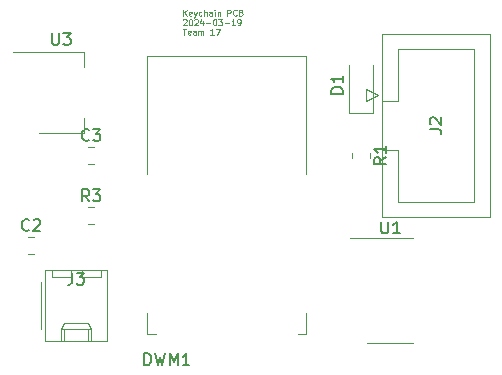
<source format=gto>
G04 #@! TF.GenerationSoftware,KiCad,Pcbnew,7.0.10*
G04 #@! TF.CreationDate,2024-03-19T20:06:51-05:00*
G04 #@! TF.ProjectId,keychain,6b657963-6861-4696-9e2e-6b696361645f,rev?*
G04 #@! TF.SameCoordinates,Original*
G04 #@! TF.FileFunction,Legend,Top*
G04 #@! TF.FilePolarity,Positive*
%FSLAX46Y46*%
G04 Gerber Fmt 4.6, Leading zero omitted, Abs format (unit mm)*
G04 Created by KiCad (PCBNEW 7.0.10) date 2024-03-19 20:06:51*
%MOMM*%
%LPD*%
G01*
G04 APERTURE LIST*
%ADD10C,0.125000*%
%ADD11C,0.150000*%
%ADD12C,0.120000*%
G04 APERTURE END LIST*
D10*
X124661283Y-51662309D02*
X124661283Y-51162309D01*
X124946997Y-51662309D02*
X124732712Y-51376595D01*
X124946997Y-51162309D02*
X124661283Y-51448023D01*
X125351759Y-51638500D02*
X125304140Y-51662309D01*
X125304140Y-51662309D02*
X125208902Y-51662309D01*
X125208902Y-51662309D02*
X125161283Y-51638500D01*
X125161283Y-51638500D02*
X125137474Y-51590880D01*
X125137474Y-51590880D02*
X125137474Y-51400404D01*
X125137474Y-51400404D02*
X125161283Y-51352785D01*
X125161283Y-51352785D02*
X125208902Y-51328976D01*
X125208902Y-51328976D02*
X125304140Y-51328976D01*
X125304140Y-51328976D02*
X125351759Y-51352785D01*
X125351759Y-51352785D02*
X125375569Y-51400404D01*
X125375569Y-51400404D02*
X125375569Y-51448023D01*
X125375569Y-51448023D02*
X125137474Y-51495642D01*
X125542235Y-51328976D02*
X125661283Y-51662309D01*
X125780330Y-51328976D02*
X125661283Y-51662309D01*
X125661283Y-51662309D02*
X125613664Y-51781357D01*
X125613664Y-51781357D02*
X125589854Y-51805166D01*
X125589854Y-51805166D02*
X125542235Y-51828976D01*
X126185092Y-51638500D02*
X126137473Y-51662309D01*
X126137473Y-51662309D02*
X126042235Y-51662309D01*
X126042235Y-51662309D02*
X125994616Y-51638500D01*
X125994616Y-51638500D02*
X125970806Y-51614690D01*
X125970806Y-51614690D02*
X125946997Y-51567071D01*
X125946997Y-51567071D02*
X125946997Y-51424214D01*
X125946997Y-51424214D02*
X125970806Y-51376595D01*
X125970806Y-51376595D02*
X125994616Y-51352785D01*
X125994616Y-51352785D02*
X126042235Y-51328976D01*
X126042235Y-51328976D02*
X126137473Y-51328976D01*
X126137473Y-51328976D02*
X126185092Y-51352785D01*
X126399377Y-51662309D02*
X126399377Y-51162309D01*
X126613663Y-51662309D02*
X126613663Y-51400404D01*
X126613663Y-51400404D02*
X126589853Y-51352785D01*
X126589853Y-51352785D02*
X126542234Y-51328976D01*
X126542234Y-51328976D02*
X126470806Y-51328976D01*
X126470806Y-51328976D02*
X126423187Y-51352785D01*
X126423187Y-51352785D02*
X126399377Y-51376595D01*
X127066044Y-51662309D02*
X127066044Y-51400404D01*
X127066044Y-51400404D02*
X127042234Y-51352785D01*
X127042234Y-51352785D02*
X126994615Y-51328976D01*
X126994615Y-51328976D02*
X126899377Y-51328976D01*
X126899377Y-51328976D02*
X126851758Y-51352785D01*
X127066044Y-51638500D02*
X127018425Y-51662309D01*
X127018425Y-51662309D02*
X126899377Y-51662309D01*
X126899377Y-51662309D02*
X126851758Y-51638500D01*
X126851758Y-51638500D02*
X126827949Y-51590880D01*
X126827949Y-51590880D02*
X126827949Y-51543261D01*
X126827949Y-51543261D02*
X126851758Y-51495642D01*
X126851758Y-51495642D02*
X126899377Y-51471833D01*
X126899377Y-51471833D02*
X127018425Y-51471833D01*
X127018425Y-51471833D02*
X127066044Y-51448023D01*
X127304139Y-51662309D02*
X127304139Y-51328976D01*
X127304139Y-51162309D02*
X127280330Y-51186119D01*
X127280330Y-51186119D02*
X127304139Y-51209928D01*
X127304139Y-51209928D02*
X127327949Y-51186119D01*
X127327949Y-51186119D02*
X127304139Y-51162309D01*
X127304139Y-51162309D02*
X127304139Y-51209928D01*
X127542234Y-51328976D02*
X127542234Y-51662309D01*
X127542234Y-51376595D02*
X127566044Y-51352785D01*
X127566044Y-51352785D02*
X127613663Y-51328976D01*
X127613663Y-51328976D02*
X127685091Y-51328976D01*
X127685091Y-51328976D02*
X127732710Y-51352785D01*
X127732710Y-51352785D02*
X127756520Y-51400404D01*
X127756520Y-51400404D02*
X127756520Y-51662309D01*
X128375567Y-51662309D02*
X128375567Y-51162309D01*
X128375567Y-51162309D02*
X128566043Y-51162309D01*
X128566043Y-51162309D02*
X128613662Y-51186119D01*
X128613662Y-51186119D02*
X128637472Y-51209928D01*
X128637472Y-51209928D02*
X128661281Y-51257547D01*
X128661281Y-51257547D02*
X128661281Y-51328976D01*
X128661281Y-51328976D02*
X128637472Y-51376595D01*
X128637472Y-51376595D02*
X128613662Y-51400404D01*
X128613662Y-51400404D02*
X128566043Y-51424214D01*
X128566043Y-51424214D02*
X128375567Y-51424214D01*
X129161281Y-51614690D02*
X129137472Y-51638500D01*
X129137472Y-51638500D02*
X129066043Y-51662309D01*
X129066043Y-51662309D02*
X129018424Y-51662309D01*
X129018424Y-51662309D02*
X128946996Y-51638500D01*
X128946996Y-51638500D02*
X128899377Y-51590880D01*
X128899377Y-51590880D02*
X128875567Y-51543261D01*
X128875567Y-51543261D02*
X128851758Y-51448023D01*
X128851758Y-51448023D02*
X128851758Y-51376595D01*
X128851758Y-51376595D02*
X128875567Y-51281357D01*
X128875567Y-51281357D02*
X128899377Y-51233738D01*
X128899377Y-51233738D02*
X128946996Y-51186119D01*
X128946996Y-51186119D02*
X129018424Y-51162309D01*
X129018424Y-51162309D02*
X129066043Y-51162309D01*
X129066043Y-51162309D02*
X129137472Y-51186119D01*
X129137472Y-51186119D02*
X129161281Y-51209928D01*
X129542234Y-51400404D02*
X129613662Y-51424214D01*
X129613662Y-51424214D02*
X129637472Y-51448023D01*
X129637472Y-51448023D02*
X129661281Y-51495642D01*
X129661281Y-51495642D02*
X129661281Y-51567071D01*
X129661281Y-51567071D02*
X129637472Y-51614690D01*
X129637472Y-51614690D02*
X129613662Y-51638500D01*
X129613662Y-51638500D02*
X129566043Y-51662309D01*
X129566043Y-51662309D02*
X129375567Y-51662309D01*
X129375567Y-51662309D02*
X129375567Y-51162309D01*
X129375567Y-51162309D02*
X129542234Y-51162309D01*
X129542234Y-51162309D02*
X129589853Y-51186119D01*
X129589853Y-51186119D02*
X129613662Y-51209928D01*
X129613662Y-51209928D02*
X129637472Y-51257547D01*
X129637472Y-51257547D02*
X129637472Y-51305166D01*
X129637472Y-51305166D02*
X129613662Y-51352785D01*
X129613662Y-51352785D02*
X129589853Y-51376595D01*
X129589853Y-51376595D02*
X129542234Y-51400404D01*
X129542234Y-51400404D02*
X129375567Y-51400404D01*
X124637474Y-52014928D02*
X124661283Y-51991119D01*
X124661283Y-51991119D02*
X124708902Y-51967309D01*
X124708902Y-51967309D02*
X124827950Y-51967309D01*
X124827950Y-51967309D02*
X124875569Y-51991119D01*
X124875569Y-51991119D02*
X124899378Y-52014928D01*
X124899378Y-52014928D02*
X124923188Y-52062547D01*
X124923188Y-52062547D02*
X124923188Y-52110166D01*
X124923188Y-52110166D02*
X124899378Y-52181595D01*
X124899378Y-52181595D02*
X124613664Y-52467309D01*
X124613664Y-52467309D02*
X124923188Y-52467309D01*
X125232711Y-51967309D02*
X125280330Y-51967309D01*
X125280330Y-51967309D02*
X125327949Y-51991119D01*
X125327949Y-51991119D02*
X125351759Y-52014928D01*
X125351759Y-52014928D02*
X125375568Y-52062547D01*
X125375568Y-52062547D02*
X125399378Y-52157785D01*
X125399378Y-52157785D02*
X125399378Y-52276833D01*
X125399378Y-52276833D02*
X125375568Y-52372071D01*
X125375568Y-52372071D02*
X125351759Y-52419690D01*
X125351759Y-52419690D02*
X125327949Y-52443500D01*
X125327949Y-52443500D02*
X125280330Y-52467309D01*
X125280330Y-52467309D02*
X125232711Y-52467309D01*
X125232711Y-52467309D02*
X125185092Y-52443500D01*
X125185092Y-52443500D02*
X125161283Y-52419690D01*
X125161283Y-52419690D02*
X125137473Y-52372071D01*
X125137473Y-52372071D02*
X125113664Y-52276833D01*
X125113664Y-52276833D02*
X125113664Y-52157785D01*
X125113664Y-52157785D02*
X125137473Y-52062547D01*
X125137473Y-52062547D02*
X125161283Y-52014928D01*
X125161283Y-52014928D02*
X125185092Y-51991119D01*
X125185092Y-51991119D02*
X125232711Y-51967309D01*
X125589854Y-52014928D02*
X125613663Y-51991119D01*
X125613663Y-51991119D02*
X125661282Y-51967309D01*
X125661282Y-51967309D02*
X125780330Y-51967309D01*
X125780330Y-51967309D02*
X125827949Y-51991119D01*
X125827949Y-51991119D02*
X125851758Y-52014928D01*
X125851758Y-52014928D02*
X125875568Y-52062547D01*
X125875568Y-52062547D02*
X125875568Y-52110166D01*
X125875568Y-52110166D02*
X125851758Y-52181595D01*
X125851758Y-52181595D02*
X125566044Y-52467309D01*
X125566044Y-52467309D02*
X125875568Y-52467309D01*
X126304139Y-52133976D02*
X126304139Y-52467309D01*
X126185091Y-51943500D02*
X126066044Y-52300642D01*
X126066044Y-52300642D02*
X126375567Y-52300642D01*
X126566043Y-52276833D02*
X126946996Y-52276833D01*
X127280329Y-51967309D02*
X127327948Y-51967309D01*
X127327948Y-51967309D02*
X127375567Y-51991119D01*
X127375567Y-51991119D02*
X127399377Y-52014928D01*
X127399377Y-52014928D02*
X127423186Y-52062547D01*
X127423186Y-52062547D02*
X127446996Y-52157785D01*
X127446996Y-52157785D02*
X127446996Y-52276833D01*
X127446996Y-52276833D02*
X127423186Y-52372071D01*
X127423186Y-52372071D02*
X127399377Y-52419690D01*
X127399377Y-52419690D02*
X127375567Y-52443500D01*
X127375567Y-52443500D02*
X127327948Y-52467309D01*
X127327948Y-52467309D02*
X127280329Y-52467309D01*
X127280329Y-52467309D02*
X127232710Y-52443500D01*
X127232710Y-52443500D02*
X127208901Y-52419690D01*
X127208901Y-52419690D02*
X127185091Y-52372071D01*
X127185091Y-52372071D02*
X127161282Y-52276833D01*
X127161282Y-52276833D02*
X127161282Y-52157785D01*
X127161282Y-52157785D02*
X127185091Y-52062547D01*
X127185091Y-52062547D02*
X127208901Y-52014928D01*
X127208901Y-52014928D02*
X127232710Y-51991119D01*
X127232710Y-51991119D02*
X127280329Y-51967309D01*
X127613662Y-51967309D02*
X127923186Y-51967309D01*
X127923186Y-51967309D02*
X127756519Y-52157785D01*
X127756519Y-52157785D02*
X127827948Y-52157785D01*
X127827948Y-52157785D02*
X127875567Y-52181595D01*
X127875567Y-52181595D02*
X127899376Y-52205404D01*
X127899376Y-52205404D02*
X127923186Y-52253023D01*
X127923186Y-52253023D02*
X127923186Y-52372071D01*
X127923186Y-52372071D02*
X127899376Y-52419690D01*
X127899376Y-52419690D02*
X127875567Y-52443500D01*
X127875567Y-52443500D02*
X127827948Y-52467309D01*
X127827948Y-52467309D02*
X127685091Y-52467309D01*
X127685091Y-52467309D02*
X127637472Y-52443500D01*
X127637472Y-52443500D02*
X127613662Y-52419690D01*
X128137471Y-52276833D02*
X128518424Y-52276833D01*
X129018424Y-52467309D02*
X128732710Y-52467309D01*
X128875567Y-52467309D02*
X128875567Y-51967309D01*
X128875567Y-51967309D02*
X128827948Y-52038738D01*
X128827948Y-52038738D02*
X128780329Y-52086357D01*
X128780329Y-52086357D02*
X128732710Y-52110166D01*
X129256519Y-52467309D02*
X129351757Y-52467309D01*
X129351757Y-52467309D02*
X129399376Y-52443500D01*
X129399376Y-52443500D02*
X129423185Y-52419690D01*
X129423185Y-52419690D02*
X129470804Y-52348261D01*
X129470804Y-52348261D02*
X129494614Y-52253023D01*
X129494614Y-52253023D02*
X129494614Y-52062547D01*
X129494614Y-52062547D02*
X129470804Y-52014928D01*
X129470804Y-52014928D02*
X129446995Y-51991119D01*
X129446995Y-51991119D02*
X129399376Y-51967309D01*
X129399376Y-51967309D02*
X129304138Y-51967309D01*
X129304138Y-51967309D02*
X129256519Y-51991119D01*
X129256519Y-51991119D02*
X129232709Y-52014928D01*
X129232709Y-52014928D02*
X129208900Y-52062547D01*
X129208900Y-52062547D02*
X129208900Y-52181595D01*
X129208900Y-52181595D02*
X129232709Y-52229214D01*
X129232709Y-52229214D02*
X129256519Y-52253023D01*
X129256519Y-52253023D02*
X129304138Y-52276833D01*
X129304138Y-52276833D02*
X129399376Y-52276833D01*
X129399376Y-52276833D02*
X129446995Y-52253023D01*
X129446995Y-52253023D02*
X129470804Y-52229214D01*
X129470804Y-52229214D02*
X129494614Y-52181595D01*
X124589855Y-52772309D02*
X124875569Y-52772309D01*
X124732712Y-53272309D02*
X124732712Y-52772309D01*
X125232711Y-53248500D02*
X125185092Y-53272309D01*
X125185092Y-53272309D02*
X125089854Y-53272309D01*
X125089854Y-53272309D02*
X125042235Y-53248500D01*
X125042235Y-53248500D02*
X125018426Y-53200880D01*
X125018426Y-53200880D02*
X125018426Y-53010404D01*
X125018426Y-53010404D02*
X125042235Y-52962785D01*
X125042235Y-52962785D02*
X125089854Y-52938976D01*
X125089854Y-52938976D02*
X125185092Y-52938976D01*
X125185092Y-52938976D02*
X125232711Y-52962785D01*
X125232711Y-52962785D02*
X125256521Y-53010404D01*
X125256521Y-53010404D02*
X125256521Y-53058023D01*
X125256521Y-53058023D02*
X125018426Y-53105642D01*
X125685092Y-53272309D02*
X125685092Y-53010404D01*
X125685092Y-53010404D02*
X125661282Y-52962785D01*
X125661282Y-52962785D02*
X125613663Y-52938976D01*
X125613663Y-52938976D02*
X125518425Y-52938976D01*
X125518425Y-52938976D02*
X125470806Y-52962785D01*
X125685092Y-53248500D02*
X125637473Y-53272309D01*
X125637473Y-53272309D02*
X125518425Y-53272309D01*
X125518425Y-53272309D02*
X125470806Y-53248500D01*
X125470806Y-53248500D02*
X125446997Y-53200880D01*
X125446997Y-53200880D02*
X125446997Y-53153261D01*
X125446997Y-53153261D02*
X125470806Y-53105642D01*
X125470806Y-53105642D02*
X125518425Y-53081833D01*
X125518425Y-53081833D02*
X125637473Y-53081833D01*
X125637473Y-53081833D02*
X125685092Y-53058023D01*
X125923187Y-53272309D02*
X125923187Y-52938976D01*
X125923187Y-52986595D02*
X125946997Y-52962785D01*
X125946997Y-52962785D02*
X125994616Y-52938976D01*
X125994616Y-52938976D02*
X126066044Y-52938976D01*
X126066044Y-52938976D02*
X126113663Y-52962785D01*
X126113663Y-52962785D02*
X126137473Y-53010404D01*
X126137473Y-53010404D02*
X126137473Y-53272309D01*
X126137473Y-53010404D02*
X126161282Y-52962785D01*
X126161282Y-52962785D02*
X126208901Y-52938976D01*
X126208901Y-52938976D02*
X126280330Y-52938976D01*
X126280330Y-52938976D02*
X126327949Y-52962785D01*
X126327949Y-52962785D02*
X126351759Y-53010404D01*
X126351759Y-53010404D02*
X126351759Y-53272309D01*
X127232711Y-53272309D02*
X126946997Y-53272309D01*
X127089854Y-53272309D02*
X127089854Y-52772309D01*
X127089854Y-52772309D02*
X127042235Y-52843738D01*
X127042235Y-52843738D02*
X126994616Y-52891357D01*
X126994616Y-52891357D02*
X126946997Y-52915166D01*
X127399377Y-52772309D02*
X127732710Y-52772309D01*
X127732710Y-52772309D02*
X127518425Y-53272309D01*
D11*
X141804819Y-63666666D02*
X141328628Y-63999999D01*
X141804819Y-64238094D02*
X140804819Y-64238094D01*
X140804819Y-64238094D02*
X140804819Y-63857142D01*
X140804819Y-63857142D02*
X140852438Y-63761904D01*
X140852438Y-63761904D02*
X140900057Y-63714285D01*
X140900057Y-63714285D02*
X140995295Y-63666666D01*
X140995295Y-63666666D02*
X141138152Y-63666666D01*
X141138152Y-63666666D02*
X141233390Y-63714285D01*
X141233390Y-63714285D02*
X141281009Y-63761904D01*
X141281009Y-63761904D02*
X141328628Y-63857142D01*
X141328628Y-63857142D02*
X141328628Y-64238094D01*
X141804819Y-62714285D02*
X141804819Y-63285713D01*
X141804819Y-62999999D02*
X140804819Y-62999999D01*
X140804819Y-62999999D02*
X140947676Y-63095237D01*
X140947676Y-63095237D02*
X141042914Y-63190475D01*
X141042914Y-63190475D02*
X141090533Y-63285713D01*
X138154819Y-58268094D02*
X137154819Y-58268094D01*
X137154819Y-58268094D02*
X137154819Y-58029999D01*
X137154819Y-58029999D02*
X137202438Y-57887142D01*
X137202438Y-57887142D02*
X137297676Y-57791904D01*
X137297676Y-57791904D02*
X137392914Y-57744285D01*
X137392914Y-57744285D02*
X137583390Y-57696666D01*
X137583390Y-57696666D02*
X137726247Y-57696666D01*
X137726247Y-57696666D02*
X137916723Y-57744285D01*
X137916723Y-57744285D02*
X138011961Y-57791904D01*
X138011961Y-57791904D02*
X138107200Y-57887142D01*
X138107200Y-57887142D02*
X138154819Y-58029999D01*
X138154819Y-58029999D02*
X138154819Y-58268094D01*
X138154819Y-56744285D02*
X138154819Y-57315713D01*
X138154819Y-57029999D02*
X137154819Y-57029999D01*
X137154819Y-57029999D02*
X137297676Y-57125237D01*
X137297676Y-57125237D02*
X137392914Y-57220475D01*
X137392914Y-57220475D02*
X137440533Y-57315713D01*
X113538095Y-53134819D02*
X113538095Y-53944342D01*
X113538095Y-53944342D02*
X113585714Y-54039580D01*
X113585714Y-54039580D02*
X113633333Y-54087200D01*
X113633333Y-54087200D02*
X113728571Y-54134819D01*
X113728571Y-54134819D02*
X113919047Y-54134819D01*
X113919047Y-54134819D02*
X114014285Y-54087200D01*
X114014285Y-54087200D02*
X114061904Y-54039580D01*
X114061904Y-54039580D02*
X114109523Y-53944342D01*
X114109523Y-53944342D02*
X114109523Y-53134819D01*
X114490476Y-53134819D02*
X115109523Y-53134819D01*
X115109523Y-53134819D02*
X114776190Y-53515771D01*
X114776190Y-53515771D02*
X114919047Y-53515771D01*
X114919047Y-53515771D02*
X115014285Y-53563390D01*
X115014285Y-53563390D02*
X115061904Y-53611009D01*
X115061904Y-53611009D02*
X115109523Y-53706247D01*
X115109523Y-53706247D02*
X115109523Y-53944342D01*
X115109523Y-53944342D02*
X115061904Y-54039580D01*
X115061904Y-54039580D02*
X115014285Y-54087200D01*
X115014285Y-54087200D02*
X114919047Y-54134819D01*
X114919047Y-54134819D02*
X114633333Y-54134819D01*
X114633333Y-54134819D02*
X114538095Y-54087200D01*
X114538095Y-54087200D02*
X114490476Y-54039580D01*
X115236666Y-73434819D02*
X115236666Y-74149104D01*
X115236666Y-74149104D02*
X115189047Y-74291961D01*
X115189047Y-74291961D02*
X115093809Y-74387200D01*
X115093809Y-74387200D02*
X114950952Y-74434819D01*
X114950952Y-74434819D02*
X114855714Y-74434819D01*
X115617619Y-73434819D02*
X116236666Y-73434819D01*
X116236666Y-73434819D02*
X115903333Y-73815771D01*
X115903333Y-73815771D02*
X116046190Y-73815771D01*
X116046190Y-73815771D02*
X116141428Y-73863390D01*
X116141428Y-73863390D02*
X116189047Y-73911009D01*
X116189047Y-73911009D02*
X116236666Y-74006247D01*
X116236666Y-74006247D02*
X116236666Y-74244342D01*
X116236666Y-74244342D02*
X116189047Y-74339580D01*
X116189047Y-74339580D02*
X116141428Y-74387200D01*
X116141428Y-74387200D02*
X116046190Y-74434819D01*
X116046190Y-74434819D02*
X115760476Y-74434819D01*
X115760476Y-74434819D02*
X115665238Y-74387200D01*
X115665238Y-74387200D02*
X115617619Y-74339580D01*
X141413095Y-69104819D02*
X141413095Y-69914342D01*
X141413095Y-69914342D02*
X141460714Y-70009580D01*
X141460714Y-70009580D02*
X141508333Y-70057200D01*
X141508333Y-70057200D02*
X141603571Y-70104819D01*
X141603571Y-70104819D02*
X141794047Y-70104819D01*
X141794047Y-70104819D02*
X141889285Y-70057200D01*
X141889285Y-70057200D02*
X141936904Y-70009580D01*
X141936904Y-70009580D02*
X141984523Y-69914342D01*
X141984523Y-69914342D02*
X141984523Y-69104819D01*
X142984523Y-70104819D02*
X142413095Y-70104819D01*
X142698809Y-70104819D02*
X142698809Y-69104819D01*
X142698809Y-69104819D02*
X142603571Y-69247676D01*
X142603571Y-69247676D02*
X142508333Y-69342914D01*
X142508333Y-69342914D02*
X142413095Y-69390533D01*
X121359048Y-81263619D02*
X121359048Y-80263619D01*
X121359048Y-80263619D02*
X121597143Y-80263619D01*
X121597143Y-80263619D02*
X121740000Y-80311238D01*
X121740000Y-80311238D02*
X121835238Y-80406476D01*
X121835238Y-80406476D02*
X121882857Y-80501714D01*
X121882857Y-80501714D02*
X121930476Y-80692190D01*
X121930476Y-80692190D02*
X121930476Y-80835047D01*
X121930476Y-80835047D02*
X121882857Y-81025523D01*
X121882857Y-81025523D02*
X121835238Y-81120761D01*
X121835238Y-81120761D02*
X121740000Y-81216000D01*
X121740000Y-81216000D02*
X121597143Y-81263619D01*
X121597143Y-81263619D02*
X121359048Y-81263619D01*
X122263810Y-80263619D02*
X122501905Y-81263619D01*
X122501905Y-81263619D02*
X122692381Y-80549333D01*
X122692381Y-80549333D02*
X122882857Y-81263619D01*
X122882857Y-81263619D02*
X123120953Y-80263619D01*
X123501905Y-81263619D02*
X123501905Y-80263619D01*
X123501905Y-80263619D02*
X123835238Y-80977904D01*
X123835238Y-80977904D02*
X124168571Y-80263619D01*
X124168571Y-80263619D02*
X124168571Y-81263619D01*
X125168571Y-81263619D02*
X124597143Y-81263619D01*
X124882857Y-81263619D02*
X124882857Y-80263619D01*
X124882857Y-80263619D02*
X124787619Y-80406476D01*
X124787619Y-80406476D02*
X124692381Y-80501714D01*
X124692381Y-80501714D02*
X124597143Y-80549333D01*
X145504819Y-61293333D02*
X146219104Y-61293333D01*
X146219104Y-61293333D02*
X146361961Y-61340952D01*
X146361961Y-61340952D02*
X146457200Y-61436190D01*
X146457200Y-61436190D02*
X146504819Y-61579047D01*
X146504819Y-61579047D02*
X146504819Y-61674285D01*
X145600057Y-60864761D02*
X145552438Y-60817142D01*
X145552438Y-60817142D02*
X145504819Y-60721904D01*
X145504819Y-60721904D02*
X145504819Y-60483809D01*
X145504819Y-60483809D02*
X145552438Y-60388571D01*
X145552438Y-60388571D02*
X145600057Y-60340952D01*
X145600057Y-60340952D02*
X145695295Y-60293333D01*
X145695295Y-60293333D02*
X145790533Y-60293333D01*
X145790533Y-60293333D02*
X145933390Y-60340952D01*
X145933390Y-60340952D02*
X146504819Y-60912380D01*
X146504819Y-60912380D02*
X146504819Y-60293333D01*
X111593333Y-69799580D02*
X111545714Y-69847200D01*
X111545714Y-69847200D02*
X111402857Y-69894819D01*
X111402857Y-69894819D02*
X111307619Y-69894819D01*
X111307619Y-69894819D02*
X111164762Y-69847200D01*
X111164762Y-69847200D02*
X111069524Y-69751961D01*
X111069524Y-69751961D02*
X111021905Y-69656723D01*
X111021905Y-69656723D02*
X110974286Y-69466247D01*
X110974286Y-69466247D02*
X110974286Y-69323390D01*
X110974286Y-69323390D02*
X111021905Y-69132914D01*
X111021905Y-69132914D02*
X111069524Y-69037676D01*
X111069524Y-69037676D02*
X111164762Y-68942438D01*
X111164762Y-68942438D02*
X111307619Y-68894819D01*
X111307619Y-68894819D02*
X111402857Y-68894819D01*
X111402857Y-68894819D02*
X111545714Y-68942438D01*
X111545714Y-68942438D02*
X111593333Y-68990057D01*
X111974286Y-68990057D02*
X112021905Y-68942438D01*
X112021905Y-68942438D02*
X112117143Y-68894819D01*
X112117143Y-68894819D02*
X112355238Y-68894819D01*
X112355238Y-68894819D02*
X112450476Y-68942438D01*
X112450476Y-68942438D02*
X112498095Y-68990057D01*
X112498095Y-68990057D02*
X112545714Y-69085295D01*
X112545714Y-69085295D02*
X112545714Y-69180533D01*
X112545714Y-69180533D02*
X112498095Y-69323390D01*
X112498095Y-69323390D02*
X111926667Y-69894819D01*
X111926667Y-69894819D02*
X112545714Y-69894819D01*
X116673333Y-67384819D02*
X116340000Y-66908628D01*
X116101905Y-67384819D02*
X116101905Y-66384819D01*
X116101905Y-66384819D02*
X116482857Y-66384819D01*
X116482857Y-66384819D02*
X116578095Y-66432438D01*
X116578095Y-66432438D02*
X116625714Y-66480057D01*
X116625714Y-66480057D02*
X116673333Y-66575295D01*
X116673333Y-66575295D02*
X116673333Y-66718152D01*
X116673333Y-66718152D02*
X116625714Y-66813390D01*
X116625714Y-66813390D02*
X116578095Y-66861009D01*
X116578095Y-66861009D02*
X116482857Y-66908628D01*
X116482857Y-66908628D02*
X116101905Y-66908628D01*
X117006667Y-66384819D02*
X117625714Y-66384819D01*
X117625714Y-66384819D02*
X117292381Y-66765771D01*
X117292381Y-66765771D02*
X117435238Y-66765771D01*
X117435238Y-66765771D02*
X117530476Y-66813390D01*
X117530476Y-66813390D02*
X117578095Y-66861009D01*
X117578095Y-66861009D02*
X117625714Y-66956247D01*
X117625714Y-66956247D02*
X117625714Y-67194342D01*
X117625714Y-67194342D02*
X117578095Y-67289580D01*
X117578095Y-67289580D02*
X117530476Y-67337200D01*
X117530476Y-67337200D02*
X117435238Y-67384819D01*
X117435238Y-67384819D02*
X117149524Y-67384819D01*
X117149524Y-67384819D02*
X117054286Y-67337200D01*
X117054286Y-67337200D02*
X117006667Y-67289580D01*
X116673333Y-62179580D02*
X116625714Y-62227200D01*
X116625714Y-62227200D02*
X116482857Y-62274819D01*
X116482857Y-62274819D02*
X116387619Y-62274819D01*
X116387619Y-62274819D02*
X116244762Y-62227200D01*
X116244762Y-62227200D02*
X116149524Y-62131961D01*
X116149524Y-62131961D02*
X116101905Y-62036723D01*
X116101905Y-62036723D02*
X116054286Y-61846247D01*
X116054286Y-61846247D02*
X116054286Y-61703390D01*
X116054286Y-61703390D02*
X116101905Y-61512914D01*
X116101905Y-61512914D02*
X116149524Y-61417676D01*
X116149524Y-61417676D02*
X116244762Y-61322438D01*
X116244762Y-61322438D02*
X116387619Y-61274819D01*
X116387619Y-61274819D02*
X116482857Y-61274819D01*
X116482857Y-61274819D02*
X116625714Y-61322438D01*
X116625714Y-61322438D02*
X116673333Y-61370057D01*
X117006667Y-61274819D02*
X117625714Y-61274819D01*
X117625714Y-61274819D02*
X117292381Y-61655771D01*
X117292381Y-61655771D02*
X117435238Y-61655771D01*
X117435238Y-61655771D02*
X117530476Y-61703390D01*
X117530476Y-61703390D02*
X117578095Y-61751009D01*
X117578095Y-61751009D02*
X117625714Y-61846247D01*
X117625714Y-61846247D02*
X117625714Y-62084342D01*
X117625714Y-62084342D02*
X117578095Y-62179580D01*
X117578095Y-62179580D02*
X117530476Y-62227200D01*
X117530476Y-62227200D02*
X117435238Y-62274819D01*
X117435238Y-62274819D02*
X117149524Y-62274819D01*
X117149524Y-62274819D02*
X117054286Y-62227200D01*
X117054286Y-62227200D02*
X117006667Y-62179580D01*
D12*
X140435000Y-63272936D02*
X140435000Y-63727064D01*
X138965000Y-63272936D02*
X138965000Y-63727064D01*
X138700000Y-59890000D02*
X140700000Y-59890000D01*
X138700000Y-59890000D02*
X138700000Y-55880000D01*
X140700000Y-59890000D02*
X140700000Y-55880000D01*
X110200000Y-54770000D02*
X116210000Y-54770000D01*
X112450000Y-61590000D02*
X116210000Y-61590000D01*
X116210000Y-54770000D02*
X116210000Y-56030000D01*
X116210000Y-61590000D02*
X116210000Y-60330000D01*
X112630000Y-74200000D02*
X112630000Y-78200000D01*
X112920000Y-73170000D02*
X112920000Y-79190000D01*
X112920000Y-79190000D02*
X118220000Y-79190000D01*
X113500000Y-73170000D02*
X113500000Y-73770000D01*
X113500000Y-73770000D02*
X115100000Y-73770000D01*
X114300000Y-78190000D02*
X114550000Y-77660000D01*
X114300000Y-78190000D02*
X116840000Y-78190000D01*
X114300000Y-79190000D02*
X114300000Y-78190000D01*
X114550000Y-77660000D02*
X116590000Y-77660000D01*
X114550000Y-79190000D02*
X114550000Y-78190000D01*
X115100000Y-73770000D02*
X115100000Y-73170000D01*
X116040000Y-73170000D02*
X116040000Y-73770000D01*
X116040000Y-73770000D02*
X117640000Y-73770000D01*
X116590000Y-77660000D02*
X116840000Y-78190000D01*
X116590000Y-79190000D02*
X116590000Y-78190000D01*
X116840000Y-78190000D02*
X116840000Y-79190000D01*
X117640000Y-73770000D02*
X117640000Y-73170000D01*
X118220000Y-73170000D02*
X112920000Y-73170000D01*
X118220000Y-79190000D02*
X118220000Y-73170000D01*
X142175000Y-70495000D02*
X138725000Y-70495000D01*
X142175000Y-70495000D02*
X144125000Y-70495000D01*
X142175000Y-79365000D02*
X140225000Y-79365000D01*
X142175000Y-79365000D02*
X144125000Y-79365000D01*
X121570000Y-55088800D02*
X121570000Y-65088800D01*
X121570000Y-55088800D02*
X135070000Y-55088800D01*
X121570000Y-78588800D02*
X121570000Y-76838800D01*
X122320000Y-78588800D02*
X121570000Y-78588800D01*
X134320000Y-78588800D02*
X135070000Y-78588800D01*
X135070000Y-55088800D02*
X135070000Y-65088800D01*
X135070000Y-78588800D02*
X135070000Y-76838800D01*
X140100000Y-57920000D02*
X140100000Y-58920000D01*
X140100000Y-58920000D02*
X141100000Y-58420000D01*
X141100000Y-58420000D02*
X140100000Y-57920000D01*
X141490000Y-53210000D02*
X150610000Y-53210000D01*
X141490000Y-58910000D02*
X142800000Y-58910000D01*
X141490000Y-68710000D02*
X141490000Y-53210000D01*
X142800000Y-54510000D02*
X149300000Y-54510000D01*
X142800000Y-58910000D02*
X142800000Y-54510000D01*
X142800000Y-63010000D02*
X141490000Y-63010000D01*
X142800000Y-63010000D02*
X142800000Y-63010000D01*
X142800000Y-67410000D02*
X142800000Y-63010000D01*
X149300000Y-54510000D02*
X149300000Y-67410000D01*
X149300000Y-67410000D02*
X142800000Y-67410000D01*
X150610000Y-53210000D02*
X150610000Y-68710000D01*
X150610000Y-68710000D02*
X141490000Y-68710000D01*
X111498748Y-70385000D02*
X112021252Y-70385000D01*
X111498748Y-71855000D02*
X112021252Y-71855000D01*
X116612936Y-67845000D02*
X117067064Y-67845000D01*
X116612936Y-69315000D02*
X117067064Y-69315000D01*
X116578748Y-62765000D02*
X117101252Y-62765000D01*
X116578748Y-64235000D02*
X117101252Y-64235000D01*
M02*

</source>
